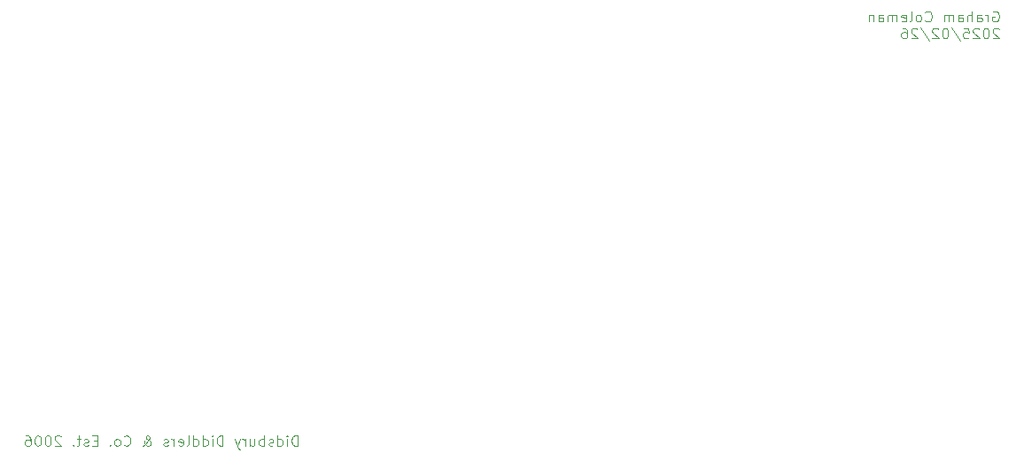
<source format=gbr>
%TF.GenerationSoftware,KiCad,Pcbnew,8.0.8*%
%TF.CreationDate,2025-02-26T21:24:02-07:00*%
%TF.ProjectId,Metal Detector,4d657461-6c20-4446-9574-6563746f722e,rev?*%
%TF.SameCoordinates,Original*%
%TF.FileFunction,Legend,Bot*%
%TF.FilePolarity,Positive*%
%FSLAX46Y46*%
G04 Gerber Fmt 4.6, Leading zero omitted, Abs format (unit mm)*
G04 Created by KiCad (PCBNEW 8.0.8) date 2025-02-26 21:24:02*
%MOMM*%
%LPD*%
G01*
G04 APERTURE LIST*
%ADD10C,0.100000*%
G04 APERTURE END LIST*
D10*
X78196115Y-62872419D02*
X78196115Y-61872419D01*
X78196115Y-61872419D02*
X77958020Y-61872419D01*
X77958020Y-61872419D02*
X77815163Y-61920038D01*
X77815163Y-61920038D02*
X77719925Y-62015276D01*
X77719925Y-62015276D02*
X77672306Y-62110514D01*
X77672306Y-62110514D02*
X77624687Y-62300990D01*
X77624687Y-62300990D02*
X77624687Y-62443847D01*
X77624687Y-62443847D02*
X77672306Y-62634323D01*
X77672306Y-62634323D02*
X77719925Y-62729561D01*
X77719925Y-62729561D02*
X77815163Y-62824800D01*
X77815163Y-62824800D02*
X77958020Y-62872419D01*
X77958020Y-62872419D02*
X78196115Y-62872419D01*
X77196115Y-62872419D02*
X77196115Y-62205752D01*
X77196115Y-61872419D02*
X77243734Y-61920038D01*
X77243734Y-61920038D02*
X77196115Y-61967657D01*
X77196115Y-61967657D02*
X77148496Y-61920038D01*
X77148496Y-61920038D02*
X77196115Y-61872419D01*
X77196115Y-61872419D02*
X77196115Y-61967657D01*
X76291354Y-62872419D02*
X76291354Y-61872419D01*
X76291354Y-62824800D02*
X76386592Y-62872419D01*
X76386592Y-62872419D02*
X76577068Y-62872419D01*
X76577068Y-62872419D02*
X76672306Y-62824800D01*
X76672306Y-62824800D02*
X76719925Y-62777180D01*
X76719925Y-62777180D02*
X76767544Y-62681942D01*
X76767544Y-62681942D02*
X76767544Y-62396228D01*
X76767544Y-62396228D02*
X76719925Y-62300990D01*
X76719925Y-62300990D02*
X76672306Y-62253371D01*
X76672306Y-62253371D02*
X76577068Y-62205752D01*
X76577068Y-62205752D02*
X76386592Y-62205752D01*
X76386592Y-62205752D02*
X76291354Y-62253371D01*
X75862782Y-62824800D02*
X75767544Y-62872419D01*
X75767544Y-62872419D02*
X75577068Y-62872419D01*
X75577068Y-62872419D02*
X75481830Y-62824800D01*
X75481830Y-62824800D02*
X75434211Y-62729561D01*
X75434211Y-62729561D02*
X75434211Y-62681942D01*
X75434211Y-62681942D02*
X75481830Y-62586704D01*
X75481830Y-62586704D02*
X75577068Y-62539085D01*
X75577068Y-62539085D02*
X75719925Y-62539085D01*
X75719925Y-62539085D02*
X75815163Y-62491466D01*
X75815163Y-62491466D02*
X75862782Y-62396228D01*
X75862782Y-62396228D02*
X75862782Y-62348609D01*
X75862782Y-62348609D02*
X75815163Y-62253371D01*
X75815163Y-62253371D02*
X75719925Y-62205752D01*
X75719925Y-62205752D02*
X75577068Y-62205752D01*
X75577068Y-62205752D02*
X75481830Y-62253371D01*
X75005639Y-62872419D02*
X75005639Y-61872419D01*
X75005639Y-62253371D02*
X74910401Y-62205752D01*
X74910401Y-62205752D02*
X74719925Y-62205752D01*
X74719925Y-62205752D02*
X74624687Y-62253371D01*
X74624687Y-62253371D02*
X74577068Y-62300990D01*
X74577068Y-62300990D02*
X74529449Y-62396228D01*
X74529449Y-62396228D02*
X74529449Y-62681942D01*
X74529449Y-62681942D02*
X74577068Y-62777180D01*
X74577068Y-62777180D02*
X74624687Y-62824800D01*
X74624687Y-62824800D02*
X74719925Y-62872419D01*
X74719925Y-62872419D02*
X74910401Y-62872419D01*
X74910401Y-62872419D02*
X75005639Y-62824800D01*
X73672306Y-62205752D02*
X73672306Y-62872419D01*
X74100877Y-62205752D02*
X74100877Y-62729561D01*
X74100877Y-62729561D02*
X74053258Y-62824800D01*
X74053258Y-62824800D02*
X73958020Y-62872419D01*
X73958020Y-62872419D02*
X73815163Y-62872419D01*
X73815163Y-62872419D02*
X73719925Y-62824800D01*
X73719925Y-62824800D02*
X73672306Y-62777180D01*
X73196115Y-62872419D02*
X73196115Y-62205752D01*
X73196115Y-62396228D02*
X73148496Y-62300990D01*
X73148496Y-62300990D02*
X73100877Y-62253371D01*
X73100877Y-62253371D02*
X73005639Y-62205752D01*
X73005639Y-62205752D02*
X72910401Y-62205752D01*
X72672305Y-62205752D02*
X72434210Y-62872419D01*
X72196115Y-62205752D02*
X72434210Y-62872419D01*
X72434210Y-62872419D02*
X72529448Y-63110514D01*
X72529448Y-63110514D02*
X72577067Y-63158133D01*
X72577067Y-63158133D02*
X72672305Y-63205752D01*
X71053257Y-62872419D02*
X71053257Y-61872419D01*
X71053257Y-61872419D02*
X70815162Y-61872419D01*
X70815162Y-61872419D02*
X70672305Y-61920038D01*
X70672305Y-61920038D02*
X70577067Y-62015276D01*
X70577067Y-62015276D02*
X70529448Y-62110514D01*
X70529448Y-62110514D02*
X70481829Y-62300990D01*
X70481829Y-62300990D02*
X70481829Y-62443847D01*
X70481829Y-62443847D02*
X70529448Y-62634323D01*
X70529448Y-62634323D02*
X70577067Y-62729561D01*
X70577067Y-62729561D02*
X70672305Y-62824800D01*
X70672305Y-62824800D02*
X70815162Y-62872419D01*
X70815162Y-62872419D02*
X71053257Y-62872419D01*
X70053257Y-62872419D02*
X70053257Y-62205752D01*
X70053257Y-61872419D02*
X70100876Y-61920038D01*
X70100876Y-61920038D02*
X70053257Y-61967657D01*
X70053257Y-61967657D02*
X70005638Y-61920038D01*
X70005638Y-61920038D02*
X70053257Y-61872419D01*
X70053257Y-61872419D02*
X70053257Y-61967657D01*
X69148496Y-62872419D02*
X69148496Y-61872419D01*
X69148496Y-62824800D02*
X69243734Y-62872419D01*
X69243734Y-62872419D02*
X69434210Y-62872419D01*
X69434210Y-62872419D02*
X69529448Y-62824800D01*
X69529448Y-62824800D02*
X69577067Y-62777180D01*
X69577067Y-62777180D02*
X69624686Y-62681942D01*
X69624686Y-62681942D02*
X69624686Y-62396228D01*
X69624686Y-62396228D02*
X69577067Y-62300990D01*
X69577067Y-62300990D02*
X69529448Y-62253371D01*
X69529448Y-62253371D02*
X69434210Y-62205752D01*
X69434210Y-62205752D02*
X69243734Y-62205752D01*
X69243734Y-62205752D02*
X69148496Y-62253371D01*
X68243734Y-62872419D02*
X68243734Y-61872419D01*
X68243734Y-62824800D02*
X68338972Y-62872419D01*
X68338972Y-62872419D02*
X68529448Y-62872419D01*
X68529448Y-62872419D02*
X68624686Y-62824800D01*
X68624686Y-62824800D02*
X68672305Y-62777180D01*
X68672305Y-62777180D02*
X68719924Y-62681942D01*
X68719924Y-62681942D02*
X68719924Y-62396228D01*
X68719924Y-62396228D02*
X68672305Y-62300990D01*
X68672305Y-62300990D02*
X68624686Y-62253371D01*
X68624686Y-62253371D02*
X68529448Y-62205752D01*
X68529448Y-62205752D02*
X68338972Y-62205752D01*
X68338972Y-62205752D02*
X68243734Y-62253371D01*
X67624686Y-62872419D02*
X67719924Y-62824800D01*
X67719924Y-62824800D02*
X67767543Y-62729561D01*
X67767543Y-62729561D02*
X67767543Y-61872419D01*
X66862781Y-62824800D02*
X66958019Y-62872419D01*
X66958019Y-62872419D02*
X67148495Y-62872419D01*
X67148495Y-62872419D02*
X67243733Y-62824800D01*
X67243733Y-62824800D02*
X67291352Y-62729561D01*
X67291352Y-62729561D02*
X67291352Y-62348609D01*
X67291352Y-62348609D02*
X67243733Y-62253371D01*
X67243733Y-62253371D02*
X67148495Y-62205752D01*
X67148495Y-62205752D02*
X66958019Y-62205752D01*
X66958019Y-62205752D02*
X66862781Y-62253371D01*
X66862781Y-62253371D02*
X66815162Y-62348609D01*
X66815162Y-62348609D02*
X66815162Y-62443847D01*
X66815162Y-62443847D02*
X67291352Y-62539085D01*
X66386590Y-62872419D02*
X66386590Y-62205752D01*
X66386590Y-62396228D02*
X66338971Y-62300990D01*
X66338971Y-62300990D02*
X66291352Y-62253371D01*
X66291352Y-62253371D02*
X66196114Y-62205752D01*
X66196114Y-62205752D02*
X66100876Y-62205752D01*
X65815161Y-62824800D02*
X65719923Y-62872419D01*
X65719923Y-62872419D02*
X65529447Y-62872419D01*
X65529447Y-62872419D02*
X65434209Y-62824800D01*
X65434209Y-62824800D02*
X65386590Y-62729561D01*
X65386590Y-62729561D02*
X65386590Y-62681942D01*
X65386590Y-62681942D02*
X65434209Y-62586704D01*
X65434209Y-62586704D02*
X65529447Y-62539085D01*
X65529447Y-62539085D02*
X65672304Y-62539085D01*
X65672304Y-62539085D02*
X65767542Y-62491466D01*
X65767542Y-62491466D02*
X65815161Y-62396228D01*
X65815161Y-62396228D02*
X65815161Y-62348609D01*
X65815161Y-62348609D02*
X65767542Y-62253371D01*
X65767542Y-62253371D02*
X65672304Y-62205752D01*
X65672304Y-62205752D02*
X65529447Y-62205752D01*
X65529447Y-62205752D02*
X65434209Y-62253371D01*
X63386589Y-62872419D02*
X63434209Y-62872419D01*
X63434209Y-62872419D02*
X63529447Y-62824800D01*
X63529447Y-62824800D02*
X63672304Y-62681942D01*
X63672304Y-62681942D02*
X63910399Y-62396228D01*
X63910399Y-62396228D02*
X64005637Y-62253371D01*
X64005637Y-62253371D02*
X64053256Y-62110514D01*
X64053256Y-62110514D02*
X64053256Y-62015276D01*
X64053256Y-62015276D02*
X64005637Y-61920038D01*
X64005637Y-61920038D02*
X63910399Y-61872419D01*
X63910399Y-61872419D02*
X63862780Y-61872419D01*
X63862780Y-61872419D02*
X63767542Y-61920038D01*
X63767542Y-61920038D02*
X63719923Y-62015276D01*
X63719923Y-62015276D02*
X63719923Y-62062895D01*
X63719923Y-62062895D02*
X63767542Y-62158133D01*
X63767542Y-62158133D02*
X63815161Y-62205752D01*
X63815161Y-62205752D02*
X64100875Y-62396228D01*
X64100875Y-62396228D02*
X64148494Y-62443847D01*
X64148494Y-62443847D02*
X64196113Y-62539085D01*
X64196113Y-62539085D02*
X64196113Y-62681942D01*
X64196113Y-62681942D02*
X64148494Y-62777180D01*
X64148494Y-62777180D02*
X64100875Y-62824800D01*
X64100875Y-62824800D02*
X64005637Y-62872419D01*
X64005637Y-62872419D02*
X63862780Y-62872419D01*
X63862780Y-62872419D02*
X63767542Y-62824800D01*
X63767542Y-62824800D02*
X63719923Y-62777180D01*
X63719923Y-62777180D02*
X63577066Y-62586704D01*
X63577066Y-62586704D02*
X63529447Y-62443847D01*
X63529447Y-62443847D02*
X63529447Y-62348609D01*
X61624685Y-62777180D02*
X61672304Y-62824800D01*
X61672304Y-62824800D02*
X61815161Y-62872419D01*
X61815161Y-62872419D02*
X61910399Y-62872419D01*
X61910399Y-62872419D02*
X62053256Y-62824800D01*
X62053256Y-62824800D02*
X62148494Y-62729561D01*
X62148494Y-62729561D02*
X62196113Y-62634323D01*
X62196113Y-62634323D02*
X62243732Y-62443847D01*
X62243732Y-62443847D02*
X62243732Y-62300990D01*
X62243732Y-62300990D02*
X62196113Y-62110514D01*
X62196113Y-62110514D02*
X62148494Y-62015276D01*
X62148494Y-62015276D02*
X62053256Y-61920038D01*
X62053256Y-61920038D02*
X61910399Y-61872419D01*
X61910399Y-61872419D02*
X61815161Y-61872419D01*
X61815161Y-61872419D02*
X61672304Y-61920038D01*
X61672304Y-61920038D02*
X61624685Y-61967657D01*
X61053256Y-62872419D02*
X61148494Y-62824800D01*
X61148494Y-62824800D02*
X61196113Y-62777180D01*
X61196113Y-62777180D02*
X61243732Y-62681942D01*
X61243732Y-62681942D02*
X61243732Y-62396228D01*
X61243732Y-62396228D02*
X61196113Y-62300990D01*
X61196113Y-62300990D02*
X61148494Y-62253371D01*
X61148494Y-62253371D02*
X61053256Y-62205752D01*
X61053256Y-62205752D02*
X60910399Y-62205752D01*
X60910399Y-62205752D02*
X60815161Y-62253371D01*
X60815161Y-62253371D02*
X60767542Y-62300990D01*
X60767542Y-62300990D02*
X60719923Y-62396228D01*
X60719923Y-62396228D02*
X60719923Y-62681942D01*
X60719923Y-62681942D02*
X60767542Y-62777180D01*
X60767542Y-62777180D02*
X60815161Y-62824800D01*
X60815161Y-62824800D02*
X60910399Y-62872419D01*
X60910399Y-62872419D02*
X61053256Y-62872419D01*
X60291351Y-62777180D02*
X60243732Y-62824800D01*
X60243732Y-62824800D02*
X60291351Y-62872419D01*
X60291351Y-62872419D02*
X60338970Y-62824800D01*
X60338970Y-62824800D02*
X60291351Y-62777180D01*
X60291351Y-62777180D02*
X60291351Y-62872419D01*
X59053256Y-62348609D02*
X58719923Y-62348609D01*
X58577066Y-62872419D02*
X59053256Y-62872419D01*
X59053256Y-62872419D02*
X59053256Y-61872419D01*
X59053256Y-61872419D02*
X58577066Y-61872419D01*
X58196113Y-62824800D02*
X58100875Y-62872419D01*
X58100875Y-62872419D02*
X57910399Y-62872419D01*
X57910399Y-62872419D02*
X57815161Y-62824800D01*
X57815161Y-62824800D02*
X57767542Y-62729561D01*
X57767542Y-62729561D02*
X57767542Y-62681942D01*
X57767542Y-62681942D02*
X57815161Y-62586704D01*
X57815161Y-62586704D02*
X57910399Y-62539085D01*
X57910399Y-62539085D02*
X58053256Y-62539085D01*
X58053256Y-62539085D02*
X58148494Y-62491466D01*
X58148494Y-62491466D02*
X58196113Y-62396228D01*
X58196113Y-62396228D02*
X58196113Y-62348609D01*
X58196113Y-62348609D02*
X58148494Y-62253371D01*
X58148494Y-62253371D02*
X58053256Y-62205752D01*
X58053256Y-62205752D02*
X57910399Y-62205752D01*
X57910399Y-62205752D02*
X57815161Y-62253371D01*
X57481827Y-62205752D02*
X57100875Y-62205752D01*
X57338970Y-61872419D02*
X57338970Y-62729561D01*
X57338970Y-62729561D02*
X57291351Y-62824800D01*
X57291351Y-62824800D02*
X57196113Y-62872419D01*
X57196113Y-62872419D02*
X57100875Y-62872419D01*
X56767541Y-62777180D02*
X56719922Y-62824800D01*
X56719922Y-62824800D02*
X56767541Y-62872419D01*
X56767541Y-62872419D02*
X56815160Y-62824800D01*
X56815160Y-62824800D02*
X56767541Y-62777180D01*
X56767541Y-62777180D02*
X56767541Y-62872419D01*
X55577065Y-61967657D02*
X55529446Y-61920038D01*
X55529446Y-61920038D02*
X55434208Y-61872419D01*
X55434208Y-61872419D02*
X55196113Y-61872419D01*
X55196113Y-61872419D02*
X55100875Y-61920038D01*
X55100875Y-61920038D02*
X55053256Y-61967657D01*
X55053256Y-61967657D02*
X55005637Y-62062895D01*
X55005637Y-62062895D02*
X55005637Y-62158133D01*
X55005637Y-62158133D02*
X55053256Y-62300990D01*
X55053256Y-62300990D02*
X55624684Y-62872419D01*
X55624684Y-62872419D02*
X55005637Y-62872419D01*
X54386589Y-61872419D02*
X54291351Y-61872419D01*
X54291351Y-61872419D02*
X54196113Y-61920038D01*
X54196113Y-61920038D02*
X54148494Y-61967657D01*
X54148494Y-61967657D02*
X54100875Y-62062895D01*
X54100875Y-62062895D02*
X54053256Y-62253371D01*
X54053256Y-62253371D02*
X54053256Y-62491466D01*
X54053256Y-62491466D02*
X54100875Y-62681942D01*
X54100875Y-62681942D02*
X54148494Y-62777180D01*
X54148494Y-62777180D02*
X54196113Y-62824800D01*
X54196113Y-62824800D02*
X54291351Y-62872419D01*
X54291351Y-62872419D02*
X54386589Y-62872419D01*
X54386589Y-62872419D02*
X54481827Y-62824800D01*
X54481827Y-62824800D02*
X54529446Y-62777180D01*
X54529446Y-62777180D02*
X54577065Y-62681942D01*
X54577065Y-62681942D02*
X54624684Y-62491466D01*
X54624684Y-62491466D02*
X54624684Y-62253371D01*
X54624684Y-62253371D02*
X54577065Y-62062895D01*
X54577065Y-62062895D02*
X54529446Y-61967657D01*
X54529446Y-61967657D02*
X54481827Y-61920038D01*
X54481827Y-61920038D02*
X54386589Y-61872419D01*
X53434208Y-61872419D02*
X53338970Y-61872419D01*
X53338970Y-61872419D02*
X53243732Y-61920038D01*
X53243732Y-61920038D02*
X53196113Y-61967657D01*
X53196113Y-61967657D02*
X53148494Y-62062895D01*
X53148494Y-62062895D02*
X53100875Y-62253371D01*
X53100875Y-62253371D02*
X53100875Y-62491466D01*
X53100875Y-62491466D02*
X53148494Y-62681942D01*
X53148494Y-62681942D02*
X53196113Y-62777180D01*
X53196113Y-62777180D02*
X53243732Y-62824800D01*
X53243732Y-62824800D02*
X53338970Y-62872419D01*
X53338970Y-62872419D02*
X53434208Y-62872419D01*
X53434208Y-62872419D02*
X53529446Y-62824800D01*
X53529446Y-62824800D02*
X53577065Y-62777180D01*
X53577065Y-62777180D02*
X53624684Y-62681942D01*
X53624684Y-62681942D02*
X53672303Y-62491466D01*
X53672303Y-62491466D02*
X53672303Y-62253371D01*
X53672303Y-62253371D02*
X53624684Y-62062895D01*
X53624684Y-62062895D02*
X53577065Y-61967657D01*
X53577065Y-61967657D02*
X53529446Y-61920038D01*
X53529446Y-61920038D02*
X53434208Y-61872419D01*
X52243732Y-61872419D02*
X52434208Y-61872419D01*
X52434208Y-61872419D02*
X52529446Y-61920038D01*
X52529446Y-61920038D02*
X52577065Y-61967657D01*
X52577065Y-61967657D02*
X52672303Y-62110514D01*
X52672303Y-62110514D02*
X52719922Y-62300990D01*
X52719922Y-62300990D02*
X52719922Y-62681942D01*
X52719922Y-62681942D02*
X52672303Y-62777180D01*
X52672303Y-62777180D02*
X52624684Y-62824800D01*
X52624684Y-62824800D02*
X52529446Y-62872419D01*
X52529446Y-62872419D02*
X52338970Y-62872419D01*
X52338970Y-62872419D02*
X52243732Y-62824800D01*
X52243732Y-62824800D02*
X52196113Y-62777180D01*
X52196113Y-62777180D02*
X52148494Y-62681942D01*
X52148494Y-62681942D02*
X52148494Y-62443847D01*
X52148494Y-62443847D02*
X52196113Y-62348609D01*
X52196113Y-62348609D02*
X52243732Y-62300990D01*
X52243732Y-62300990D02*
X52338970Y-62253371D01*
X52338970Y-62253371D02*
X52529446Y-62253371D01*
X52529446Y-62253371D02*
X52624684Y-62300990D01*
X52624684Y-62300990D02*
X52672303Y-62348609D01*
X52672303Y-62348609D02*
X52719922Y-62443847D01*
X144672306Y-21310094D02*
X144767544Y-21262475D01*
X144767544Y-21262475D02*
X144910401Y-21262475D01*
X144910401Y-21262475D02*
X145053258Y-21310094D01*
X145053258Y-21310094D02*
X145148496Y-21405332D01*
X145148496Y-21405332D02*
X145196115Y-21500570D01*
X145196115Y-21500570D02*
X145243734Y-21691046D01*
X145243734Y-21691046D02*
X145243734Y-21833903D01*
X145243734Y-21833903D02*
X145196115Y-22024379D01*
X145196115Y-22024379D02*
X145148496Y-22119617D01*
X145148496Y-22119617D02*
X145053258Y-22214856D01*
X145053258Y-22214856D02*
X144910401Y-22262475D01*
X144910401Y-22262475D02*
X144815163Y-22262475D01*
X144815163Y-22262475D02*
X144672306Y-22214856D01*
X144672306Y-22214856D02*
X144624687Y-22167236D01*
X144624687Y-22167236D02*
X144624687Y-21833903D01*
X144624687Y-21833903D02*
X144815163Y-21833903D01*
X144196115Y-22262475D02*
X144196115Y-21595808D01*
X144196115Y-21786284D02*
X144148496Y-21691046D01*
X144148496Y-21691046D02*
X144100877Y-21643427D01*
X144100877Y-21643427D02*
X144005639Y-21595808D01*
X144005639Y-21595808D02*
X143910401Y-21595808D01*
X143148496Y-22262475D02*
X143148496Y-21738665D01*
X143148496Y-21738665D02*
X143196115Y-21643427D01*
X143196115Y-21643427D02*
X143291353Y-21595808D01*
X143291353Y-21595808D02*
X143481829Y-21595808D01*
X143481829Y-21595808D02*
X143577067Y-21643427D01*
X143148496Y-22214856D02*
X143243734Y-22262475D01*
X143243734Y-22262475D02*
X143481829Y-22262475D01*
X143481829Y-22262475D02*
X143577067Y-22214856D01*
X143577067Y-22214856D02*
X143624686Y-22119617D01*
X143624686Y-22119617D02*
X143624686Y-22024379D01*
X143624686Y-22024379D02*
X143577067Y-21929141D01*
X143577067Y-21929141D02*
X143481829Y-21881522D01*
X143481829Y-21881522D02*
X143243734Y-21881522D01*
X143243734Y-21881522D02*
X143148496Y-21833903D01*
X142672305Y-22262475D02*
X142672305Y-21262475D01*
X142243734Y-22262475D02*
X142243734Y-21738665D01*
X142243734Y-21738665D02*
X142291353Y-21643427D01*
X142291353Y-21643427D02*
X142386591Y-21595808D01*
X142386591Y-21595808D02*
X142529448Y-21595808D01*
X142529448Y-21595808D02*
X142624686Y-21643427D01*
X142624686Y-21643427D02*
X142672305Y-21691046D01*
X141338972Y-22262475D02*
X141338972Y-21738665D01*
X141338972Y-21738665D02*
X141386591Y-21643427D01*
X141386591Y-21643427D02*
X141481829Y-21595808D01*
X141481829Y-21595808D02*
X141672305Y-21595808D01*
X141672305Y-21595808D02*
X141767543Y-21643427D01*
X141338972Y-22214856D02*
X141434210Y-22262475D01*
X141434210Y-22262475D02*
X141672305Y-22262475D01*
X141672305Y-22262475D02*
X141767543Y-22214856D01*
X141767543Y-22214856D02*
X141815162Y-22119617D01*
X141815162Y-22119617D02*
X141815162Y-22024379D01*
X141815162Y-22024379D02*
X141767543Y-21929141D01*
X141767543Y-21929141D02*
X141672305Y-21881522D01*
X141672305Y-21881522D02*
X141434210Y-21881522D01*
X141434210Y-21881522D02*
X141338972Y-21833903D01*
X140862781Y-22262475D02*
X140862781Y-21595808D01*
X140862781Y-21691046D02*
X140815162Y-21643427D01*
X140815162Y-21643427D02*
X140719924Y-21595808D01*
X140719924Y-21595808D02*
X140577067Y-21595808D01*
X140577067Y-21595808D02*
X140481829Y-21643427D01*
X140481829Y-21643427D02*
X140434210Y-21738665D01*
X140434210Y-21738665D02*
X140434210Y-22262475D01*
X140434210Y-21738665D02*
X140386591Y-21643427D01*
X140386591Y-21643427D02*
X140291353Y-21595808D01*
X140291353Y-21595808D02*
X140148496Y-21595808D01*
X140148496Y-21595808D02*
X140053257Y-21643427D01*
X140053257Y-21643427D02*
X140005638Y-21738665D01*
X140005638Y-21738665D02*
X140005638Y-22262475D01*
X138196115Y-22167236D02*
X138243734Y-22214856D01*
X138243734Y-22214856D02*
X138386591Y-22262475D01*
X138386591Y-22262475D02*
X138481829Y-22262475D01*
X138481829Y-22262475D02*
X138624686Y-22214856D01*
X138624686Y-22214856D02*
X138719924Y-22119617D01*
X138719924Y-22119617D02*
X138767543Y-22024379D01*
X138767543Y-22024379D02*
X138815162Y-21833903D01*
X138815162Y-21833903D02*
X138815162Y-21691046D01*
X138815162Y-21691046D02*
X138767543Y-21500570D01*
X138767543Y-21500570D02*
X138719924Y-21405332D01*
X138719924Y-21405332D02*
X138624686Y-21310094D01*
X138624686Y-21310094D02*
X138481829Y-21262475D01*
X138481829Y-21262475D02*
X138386591Y-21262475D01*
X138386591Y-21262475D02*
X138243734Y-21310094D01*
X138243734Y-21310094D02*
X138196115Y-21357713D01*
X137624686Y-22262475D02*
X137719924Y-22214856D01*
X137719924Y-22214856D02*
X137767543Y-22167236D01*
X137767543Y-22167236D02*
X137815162Y-22071998D01*
X137815162Y-22071998D02*
X137815162Y-21786284D01*
X137815162Y-21786284D02*
X137767543Y-21691046D01*
X137767543Y-21691046D02*
X137719924Y-21643427D01*
X137719924Y-21643427D02*
X137624686Y-21595808D01*
X137624686Y-21595808D02*
X137481829Y-21595808D01*
X137481829Y-21595808D02*
X137386591Y-21643427D01*
X137386591Y-21643427D02*
X137338972Y-21691046D01*
X137338972Y-21691046D02*
X137291353Y-21786284D01*
X137291353Y-21786284D02*
X137291353Y-22071998D01*
X137291353Y-22071998D02*
X137338972Y-22167236D01*
X137338972Y-22167236D02*
X137386591Y-22214856D01*
X137386591Y-22214856D02*
X137481829Y-22262475D01*
X137481829Y-22262475D02*
X137624686Y-22262475D01*
X136719924Y-22262475D02*
X136815162Y-22214856D01*
X136815162Y-22214856D02*
X136862781Y-22119617D01*
X136862781Y-22119617D02*
X136862781Y-21262475D01*
X135958019Y-22214856D02*
X136053257Y-22262475D01*
X136053257Y-22262475D02*
X136243733Y-22262475D01*
X136243733Y-22262475D02*
X136338971Y-22214856D01*
X136338971Y-22214856D02*
X136386590Y-22119617D01*
X136386590Y-22119617D02*
X136386590Y-21738665D01*
X136386590Y-21738665D02*
X136338971Y-21643427D01*
X136338971Y-21643427D02*
X136243733Y-21595808D01*
X136243733Y-21595808D02*
X136053257Y-21595808D01*
X136053257Y-21595808D02*
X135958019Y-21643427D01*
X135958019Y-21643427D02*
X135910400Y-21738665D01*
X135910400Y-21738665D02*
X135910400Y-21833903D01*
X135910400Y-21833903D02*
X136386590Y-21929141D01*
X135481828Y-22262475D02*
X135481828Y-21595808D01*
X135481828Y-21691046D02*
X135434209Y-21643427D01*
X135434209Y-21643427D02*
X135338971Y-21595808D01*
X135338971Y-21595808D02*
X135196114Y-21595808D01*
X135196114Y-21595808D02*
X135100876Y-21643427D01*
X135100876Y-21643427D02*
X135053257Y-21738665D01*
X135053257Y-21738665D02*
X135053257Y-22262475D01*
X135053257Y-21738665D02*
X135005638Y-21643427D01*
X135005638Y-21643427D02*
X134910400Y-21595808D01*
X134910400Y-21595808D02*
X134767543Y-21595808D01*
X134767543Y-21595808D02*
X134672304Y-21643427D01*
X134672304Y-21643427D02*
X134624685Y-21738665D01*
X134624685Y-21738665D02*
X134624685Y-22262475D01*
X133719924Y-22262475D02*
X133719924Y-21738665D01*
X133719924Y-21738665D02*
X133767543Y-21643427D01*
X133767543Y-21643427D02*
X133862781Y-21595808D01*
X133862781Y-21595808D02*
X134053257Y-21595808D01*
X134053257Y-21595808D02*
X134148495Y-21643427D01*
X133719924Y-22214856D02*
X133815162Y-22262475D01*
X133815162Y-22262475D02*
X134053257Y-22262475D01*
X134053257Y-22262475D02*
X134148495Y-22214856D01*
X134148495Y-22214856D02*
X134196114Y-22119617D01*
X134196114Y-22119617D02*
X134196114Y-22024379D01*
X134196114Y-22024379D02*
X134148495Y-21929141D01*
X134148495Y-21929141D02*
X134053257Y-21881522D01*
X134053257Y-21881522D02*
X133815162Y-21881522D01*
X133815162Y-21881522D02*
X133719924Y-21833903D01*
X133243733Y-21595808D02*
X133243733Y-22262475D01*
X133243733Y-21691046D02*
X133196114Y-21643427D01*
X133196114Y-21643427D02*
X133100876Y-21595808D01*
X133100876Y-21595808D02*
X132958019Y-21595808D01*
X132958019Y-21595808D02*
X132862781Y-21643427D01*
X132862781Y-21643427D02*
X132815162Y-21738665D01*
X132815162Y-21738665D02*
X132815162Y-22262475D01*
X145243734Y-22967657D02*
X145196115Y-22920038D01*
X145196115Y-22920038D02*
X145100877Y-22872419D01*
X145100877Y-22872419D02*
X144862782Y-22872419D01*
X144862782Y-22872419D02*
X144767544Y-22920038D01*
X144767544Y-22920038D02*
X144719925Y-22967657D01*
X144719925Y-22967657D02*
X144672306Y-23062895D01*
X144672306Y-23062895D02*
X144672306Y-23158133D01*
X144672306Y-23158133D02*
X144719925Y-23300990D01*
X144719925Y-23300990D02*
X145291353Y-23872419D01*
X145291353Y-23872419D02*
X144672306Y-23872419D01*
X144053258Y-22872419D02*
X143958020Y-22872419D01*
X143958020Y-22872419D02*
X143862782Y-22920038D01*
X143862782Y-22920038D02*
X143815163Y-22967657D01*
X143815163Y-22967657D02*
X143767544Y-23062895D01*
X143767544Y-23062895D02*
X143719925Y-23253371D01*
X143719925Y-23253371D02*
X143719925Y-23491466D01*
X143719925Y-23491466D02*
X143767544Y-23681942D01*
X143767544Y-23681942D02*
X143815163Y-23777180D01*
X143815163Y-23777180D02*
X143862782Y-23824800D01*
X143862782Y-23824800D02*
X143958020Y-23872419D01*
X143958020Y-23872419D02*
X144053258Y-23872419D01*
X144053258Y-23872419D02*
X144148496Y-23824800D01*
X144148496Y-23824800D02*
X144196115Y-23777180D01*
X144196115Y-23777180D02*
X144243734Y-23681942D01*
X144243734Y-23681942D02*
X144291353Y-23491466D01*
X144291353Y-23491466D02*
X144291353Y-23253371D01*
X144291353Y-23253371D02*
X144243734Y-23062895D01*
X144243734Y-23062895D02*
X144196115Y-22967657D01*
X144196115Y-22967657D02*
X144148496Y-22920038D01*
X144148496Y-22920038D02*
X144053258Y-22872419D01*
X143338972Y-22967657D02*
X143291353Y-22920038D01*
X143291353Y-22920038D02*
X143196115Y-22872419D01*
X143196115Y-22872419D02*
X142958020Y-22872419D01*
X142958020Y-22872419D02*
X142862782Y-22920038D01*
X142862782Y-22920038D02*
X142815163Y-22967657D01*
X142815163Y-22967657D02*
X142767544Y-23062895D01*
X142767544Y-23062895D02*
X142767544Y-23158133D01*
X142767544Y-23158133D02*
X142815163Y-23300990D01*
X142815163Y-23300990D02*
X143386591Y-23872419D01*
X143386591Y-23872419D02*
X142767544Y-23872419D01*
X141862782Y-22872419D02*
X142338972Y-22872419D01*
X142338972Y-22872419D02*
X142386591Y-23348609D01*
X142386591Y-23348609D02*
X142338972Y-23300990D01*
X142338972Y-23300990D02*
X142243734Y-23253371D01*
X142243734Y-23253371D02*
X142005639Y-23253371D01*
X142005639Y-23253371D02*
X141910401Y-23300990D01*
X141910401Y-23300990D02*
X141862782Y-23348609D01*
X141862782Y-23348609D02*
X141815163Y-23443847D01*
X141815163Y-23443847D02*
X141815163Y-23681942D01*
X141815163Y-23681942D02*
X141862782Y-23777180D01*
X141862782Y-23777180D02*
X141910401Y-23824800D01*
X141910401Y-23824800D02*
X142005639Y-23872419D01*
X142005639Y-23872419D02*
X142243734Y-23872419D01*
X142243734Y-23872419D02*
X142338972Y-23824800D01*
X142338972Y-23824800D02*
X142386591Y-23777180D01*
X140672306Y-22824800D02*
X141529448Y-24110514D01*
X140148496Y-22872419D02*
X140053258Y-22872419D01*
X140053258Y-22872419D02*
X139958020Y-22920038D01*
X139958020Y-22920038D02*
X139910401Y-22967657D01*
X139910401Y-22967657D02*
X139862782Y-23062895D01*
X139862782Y-23062895D02*
X139815163Y-23253371D01*
X139815163Y-23253371D02*
X139815163Y-23491466D01*
X139815163Y-23491466D02*
X139862782Y-23681942D01*
X139862782Y-23681942D02*
X139910401Y-23777180D01*
X139910401Y-23777180D02*
X139958020Y-23824800D01*
X139958020Y-23824800D02*
X140053258Y-23872419D01*
X140053258Y-23872419D02*
X140148496Y-23872419D01*
X140148496Y-23872419D02*
X140243734Y-23824800D01*
X140243734Y-23824800D02*
X140291353Y-23777180D01*
X140291353Y-23777180D02*
X140338972Y-23681942D01*
X140338972Y-23681942D02*
X140386591Y-23491466D01*
X140386591Y-23491466D02*
X140386591Y-23253371D01*
X140386591Y-23253371D02*
X140338972Y-23062895D01*
X140338972Y-23062895D02*
X140291353Y-22967657D01*
X140291353Y-22967657D02*
X140243734Y-22920038D01*
X140243734Y-22920038D02*
X140148496Y-22872419D01*
X139434210Y-22967657D02*
X139386591Y-22920038D01*
X139386591Y-22920038D02*
X139291353Y-22872419D01*
X139291353Y-22872419D02*
X139053258Y-22872419D01*
X139053258Y-22872419D02*
X138958020Y-22920038D01*
X138958020Y-22920038D02*
X138910401Y-22967657D01*
X138910401Y-22967657D02*
X138862782Y-23062895D01*
X138862782Y-23062895D02*
X138862782Y-23158133D01*
X138862782Y-23158133D02*
X138910401Y-23300990D01*
X138910401Y-23300990D02*
X139481829Y-23872419D01*
X139481829Y-23872419D02*
X138862782Y-23872419D01*
X137719925Y-22824800D02*
X138577067Y-24110514D01*
X137434210Y-22967657D02*
X137386591Y-22920038D01*
X137386591Y-22920038D02*
X137291353Y-22872419D01*
X137291353Y-22872419D02*
X137053258Y-22872419D01*
X137053258Y-22872419D02*
X136958020Y-22920038D01*
X136958020Y-22920038D02*
X136910401Y-22967657D01*
X136910401Y-22967657D02*
X136862782Y-23062895D01*
X136862782Y-23062895D02*
X136862782Y-23158133D01*
X136862782Y-23158133D02*
X136910401Y-23300990D01*
X136910401Y-23300990D02*
X137481829Y-23872419D01*
X137481829Y-23872419D02*
X136862782Y-23872419D01*
X136005639Y-22872419D02*
X136196115Y-22872419D01*
X136196115Y-22872419D02*
X136291353Y-22920038D01*
X136291353Y-22920038D02*
X136338972Y-22967657D01*
X136338972Y-22967657D02*
X136434210Y-23110514D01*
X136434210Y-23110514D02*
X136481829Y-23300990D01*
X136481829Y-23300990D02*
X136481829Y-23681942D01*
X136481829Y-23681942D02*
X136434210Y-23777180D01*
X136434210Y-23777180D02*
X136386591Y-23824800D01*
X136386591Y-23824800D02*
X136291353Y-23872419D01*
X136291353Y-23872419D02*
X136100877Y-23872419D01*
X136100877Y-23872419D02*
X136005639Y-23824800D01*
X136005639Y-23824800D02*
X135958020Y-23777180D01*
X135958020Y-23777180D02*
X135910401Y-23681942D01*
X135910401Y-23681942D02*
X135910401Y-23443847D01*
X135910401Y-23443847D02*
X135958020Y-23348609D01*
X135958020Y-23348609D02*
X136005639Y-23300990D01*
X136005639Y-23300990D02*
X136100877Y-23253371D01*
X136100877Y-23253371D02*
X136291353Y-23253371D01*
X136291353Y-23253371D02*
X136386591Y-23300990D01*
X136386591Y-23300990D02*
X136434210Y-23348609D01*
X136434210Y-23348609D02*
X136481829Y-23443847D01*
M02*

</source>
